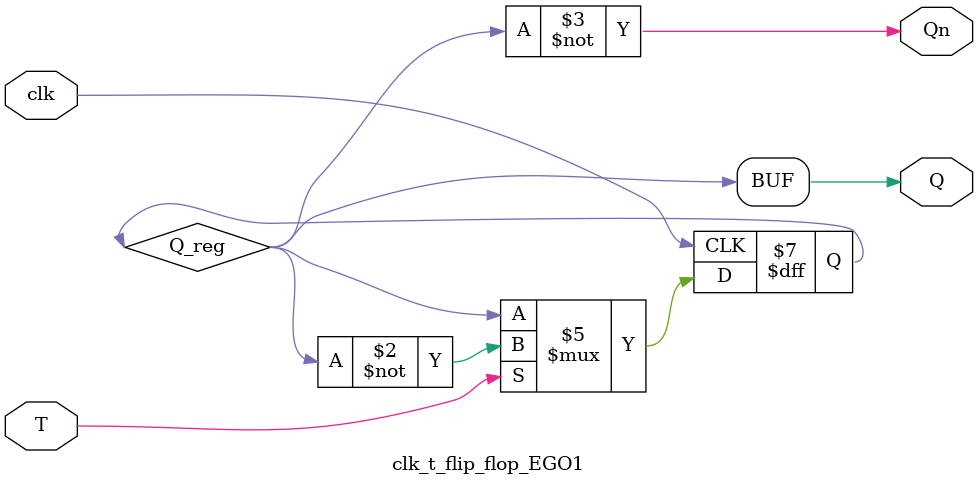
<source format=v>
module clk_t_flip_flop_EGO1(
    input wire clk,
    input wire T,
    output wire Q,
    output wire Qn
);

    reg Q_reg;

    always @(posedge clk) begin
        if (T)
            Q_reg <= ~Q_reg;
        else
            Q_reg <= Q_reg;
    end

    assign Q = Q_reg;
    assign Qn = ~Q_reg;

endmodule
</source>
